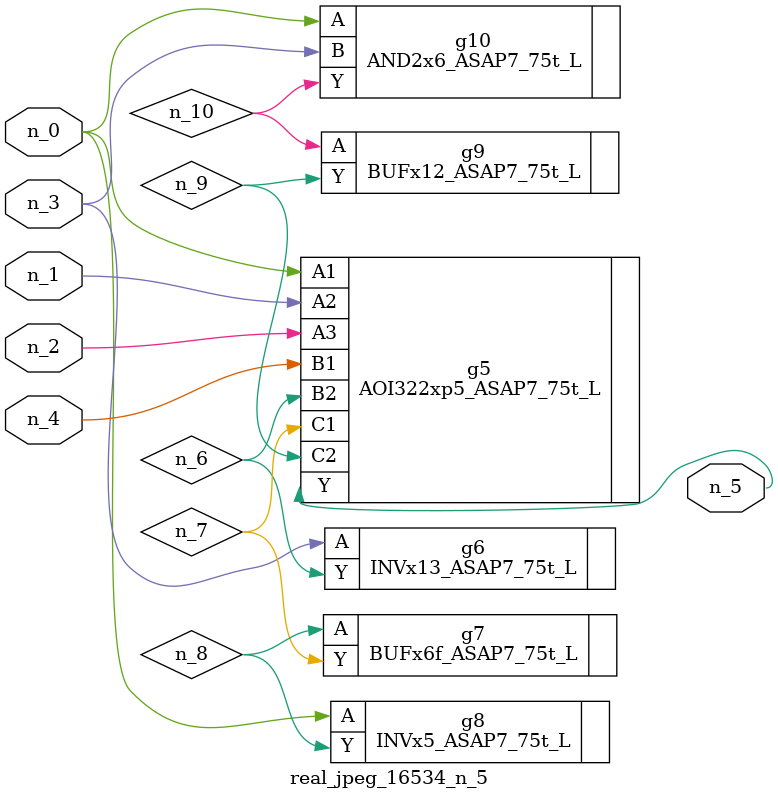
<source format=v>
module real_jpeg_16534_n_5 (n_4, n_0, n_1, n_2, n_3, n_5);

input n_4;
input n_0;
input n_1;
input n_2;
input n_3;

output n_5;

wire n_8;
wire n_6;
wire n_7;
wire n_10;
wire n_9;

AOI322xp5_ASAP7_75t_L g5 ( 
.A1(n_0),
.A2(n_1),
.A3(n_2),
.B1(n_4),
.B2(n_6),
.C1(n_7),
.C2(n_9),
.Y(n_5)
);

INVx5_ASAP7_75t_L g8 ( 
.A(n_0),
.Y(n_8)
);

AND2x6_ASAP7_75t_L g10 ( 
.A(n_0),
.B(n_3),
.Y(n_10)
);

INVx13_ASAP7_75t_L g6 ( 
.A(n_3),
.Y(n_6)
);

BUFx6f_ASAP7_75t_L g7 ( 
.A(n_8),
.Y(n_7)
);

BUFx12_ASAP7_75t_L g9 ( 
.A(n_10),
.Y(n_9)
);


endmodule
</source>
